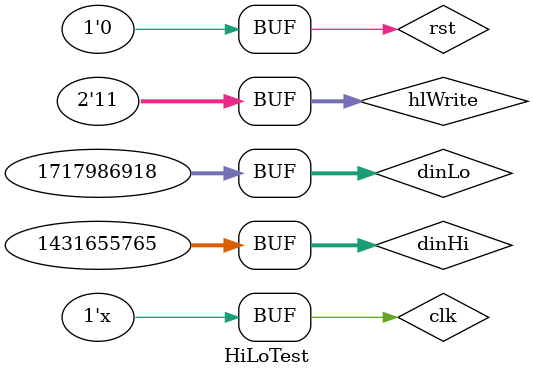
<source format=v>
`timescale 1ns/1ps

module HiLoTest;
    reg           clk;
    reg           rst;
    reg    [31:0] dinHi;
    reg    [31:0] dinLo;
    reg    [ 1:0] hlWrite;
    wire   [31:0] doutHi;
    wire   [31:0] doutLo;

    HiLo U1
    (
        .clk(clk),
        .rst(rst),
        .dinHi(dinHi),
        .dinLo(dinLo),
        .hlWrite(hlWrite),
        .doutHi(doutHi),
        .doutLo(doutLo)
    );

    initial
    begin
        clk = 0;
        rst = 1'b1;
        #20
        rst = 1'b0;
        
        #20
        dinHi = 32'h1111_1111;
        dinLo = 32'h2222_2222;
        hlWrite = 2'b10;
        // expect: 32'h1111_1111 32'hXXXX_XXXX

        #20
        dinHi = 32'h3333_3333;
        dinLo = 32'h4444_4444;
        hlWrite = 2'b01;
        // expect: 32'h1111_1111 32'h4444_4444

        #20
        dinHi = 32'h5555_5555;
        dinLo = 32'h6666_6666;
        hlWrite = 2'b11;
        // expect: 32'h5555_5555 32'h6666_6666
    end
    
    always
    begin
        #10
        clk = ~clk;
    end

endmodule

</source>
